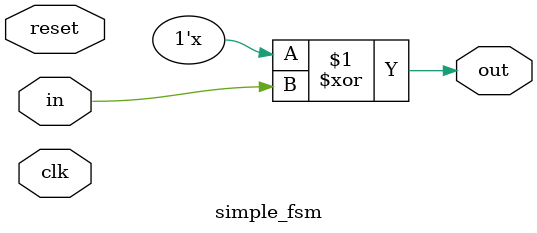
<source format=v>
module simple_fsm(clk, reset, in, out);
input clk;
input reset;
input in;
output out;
wire out;
reg present_state, next_state;
// In state 0, if in=1, stay in state 0. In state 0, if in=0, go to state 1
// In state 1, if in=1, stay in state 1. In state 1, if in=0, go to state 0
// out=1 in state 0 and out=0 in state 1
assign out = present_state[1] ^ in;
always @(posedge clk or posedge reset)
	if(reset)
	begin
	present_state <= 0;
	next_state <= 1;
	end
	else
	begin
	// State transition logic
	present_state <= next_state;
	// Output logic
	case(present_state)
	0: next_state <= in ? 0 : 1;
	1: next_state <= in ? 1 : 0;
	endcase
	end
endmodule

</source>
